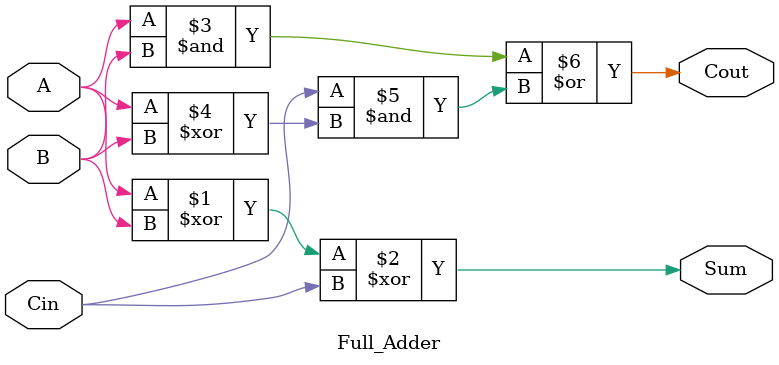
<source format=v>
`timescale 1ns / 1ps


module Full_Adder(
    input A,
    input B,
    input Cin,
    output Sum,
    output Cout
    );
 //data flow 
 assign Sum= A^B^Cin;
 assign Cout= (A&B)| (Cin&(A^B));
endmodule

</source>
